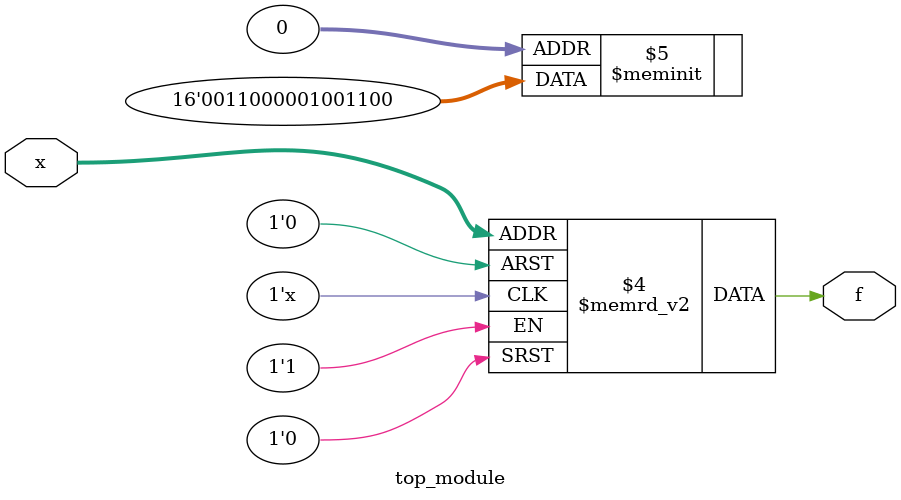
<source format=sv>
module top_module (
    input [4:1] x,
    output logic f
);

always_comb begin
    case ({x[4], x[3], x[2], x[1]})
        4'b0000: f = 1'b0;
        4'b0001: f = 1'b0;
        4'b0011: f = 1'b1;
        4'b0010: f = 1'b1;
        4'b0111: f = 1'b0;
        4'b0110: f = 1'b1;
        4'b1100: f = 1'b1;
        4'b1101: f = 1'b1;
        default: f = 1'b0; // Set f to 0 for don't-care conditions
    endcase
end

endmodule

</source>
